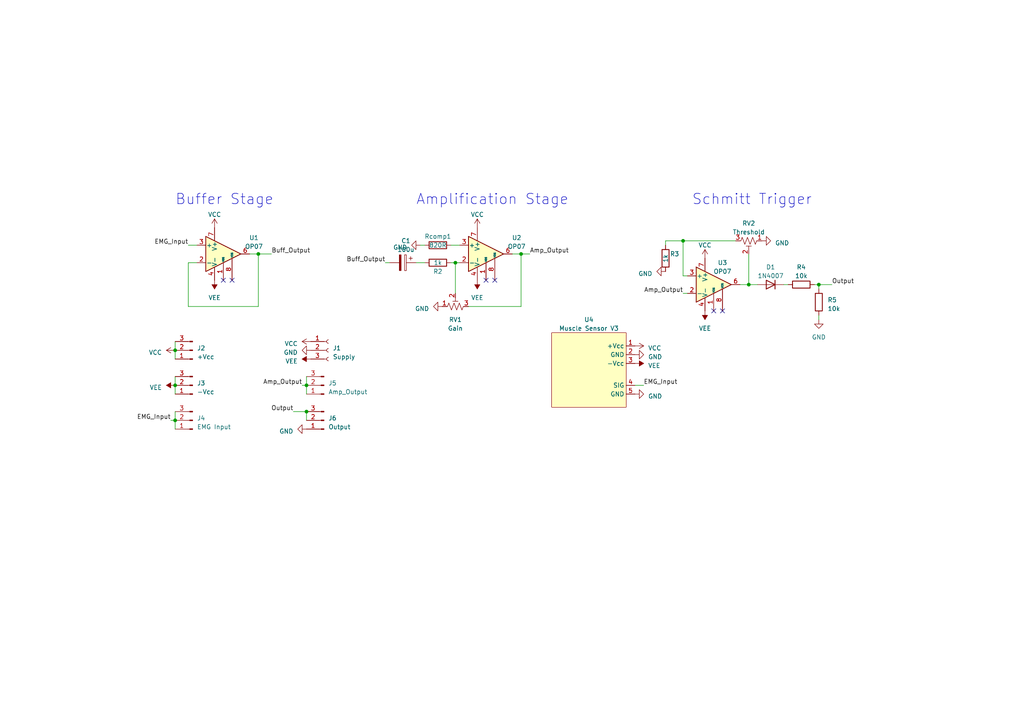
<source format=kicad_sch>
(kicad_sch (version 20230121) (generator eeschema)

  (uuid 6cbd4f93-7a51-45b8-bdf3-8209321e99d0)

  (paper "A4")

  (lib_symbols
    (symbol "Amplifier_Operational:OP07" (pin_names (offset 0.127)) (in_bom yes) (on_board yes)
      (property "Reference" "U" (at 1.27 6.35 0)
        (effects (font (size 1.27 1.27)) (justify left))
      )
      (property "Value" "OP07" (at 1.27 3.81 0)
        (effects (font (size 1.27 1.27)) (justify left))
      )
      (property "Footprint" "" (at 1.27 1.27 0)
        (effects (font (size 1.27 1.27)) hide)
      )
      (property "Datasheet" "https://www.analog.com/media/en/technical-documentation/data-sheets/OP07.pdf" (at 1.27 3.81 0)
        (effects (font (size 1.27 1.27)) hide)
      )
      (property "ki_keywords" "single opamp" (at 0 0 0)
        (effects (font (size 1.27 1.27)) hide)
      )
      (property "ki_description" "Single Ultra-Low Offset Voltage Operational Amplifier, DIP-8/SOIC-8" (at 0 0 0)
        (effects (font (size 1.27 1.27)) hide)
      )
      (property "ki_fp_filters" "DIP*W7.62mm* SOIC*3.9x4.9mm*P1.27mm* TO*99*" (at 0 0 0)
        (effects (font (size 1.27 1.27)) hide)
      )
      (symbol "OP07_0_1"
        (polyline
          (pts
            (xy -5.08 5.08)
            (xy 5.08 0)
            (xy -5.08 -5.08)
            (xy -5.08 5.08)
          )
          (stroke (width 0.254) (type default))
          (fill (type background))
        )
      )
      (symbol "OP07_1_1"
        (pin input line (at 0 -7.62 90) (length 5.08)
          (name "VOS" (effects (font (size 0.508 0.508))))
          (number "1" (effects (font (size 1.27 1.27))))
        )
        (pin input line (at -7.62 -2.54 0) (length 2.54)
          (name "-" (effects (font (size 1.27 1.27))))
          (number "2" (effects (font (size 1.27 1.27))))
        )
        (pin input line (at -7.62 2.54 0) (length 2.54)
          (name "+" (effects (font (size 1.27 1.27))))
          (number "3" (effects (font (size 1.27 1.27))))
        )
        (pin power_in line (at -2.54 -7.62 90) (length 3.81)
          (name "V-" (effects (font (size 1.27 1.27))))
          (number "4" (effects (font (size 1.27 1.27))))
        )
        (pin no_connect line (at 0 2.54 270) (length 2.54) hide
          (name "NC" (effects (font (size 1.27 1.27))))
          (number "5" (effects (font (size 1.27 1.27))))
        )
        (pin output line (at 7.62 0 180) (length 2.54)
          (name "~" (effects (font (size 1.27 1.27))))
          (number "6" (effects (font (size 1.27 1.27))))
        )
        (pin power_in line (at -2.54 7.62 270) (length 3.81)
          (name "V+" (effects (font (size 1.27 1.27))))
          (number "7" (effects (font (size 1.27 1.27))))
        )
        (pin input line (at 2.54 -7.62 90) (length 6.35)
          (name "VOS" (effects (font (size 0.508 0.508))))
          (number "8" (effects (font (size 1.27 1.27))))
        )
      )
    )
    (symbol "Connector:Conn_01x03_Pin" (pin_names (offset 1.016) hide) (in_bom yes) (on_board yes)
      (property "Reference" "J" (at 0 5.08 0)
        (effects (font (size 1.27 1.27)))
      )
      (property "Value" "Conn_01x03_Pin" (at 0 -5.08 0)
        (effects (font (size 1.27 1.27)))
      )
      (property "Footprint" "" (at 0 0 0)
        (effects (font (size 1.27 1.27)) hide)
      )
      (property "Datasheet" "~" (at 0 0 0)
        (effects (font (size 1.27 1.27)) hide)
      )
      (property "ki_locked" "" (at 0 0 0)
        (effects (font (size 1.27 1.27)))
      )
      (property "ki_keywords" "connector" (at 0 0 0)
        (effects (font (size 1.27 1.27)) hide)
      )
      (property "ki_description" "Generic connector, single row, 01x03, script generated" (at 0 0 0)
        (effects (font (size 1.27 1.27)) hide)
      )
      (property "ki_fp_filters" "Connector*:*_1x??_*" (at 0 0 0)
        (effects (font (size 1.27 1.27)) hide)
      )
      (symbol "Conn_01x03_Pin_1_1"
        (polyline
          (pts
            (xy 1.27 -2.54)
            (xy 0.8636 -2.54)
          )
          (stroke (width 0.1524) (type default))
          (fill (type none))
        )
        (polyline
          (pts
            (xy 1.27 0)
            (xy 0.8636 0)
          )
          (stroke (width 0.1524) (type default))
          (fill (type none))
        )
        (polyline
          (pts
            (xy 1.27 2.54)
            (xy 0.8636 2.54)
          )
          (stroke (width 0.1524) (type default))
          (fill (type none))
        )
        (rectangle (start 0.8636 -2.413) (end 0 -2.667)
          (stroke (width 0.1524) (type default))
          (fill (type outline))
        )
        (rectangle (start 0.8636 0.127) (end 0 -0.127)
          (stroke (width 0.1524) (type default))
          (fill (type outline))
        )
        (rectangle (start 0.8636 2.667) (end 0 2.413)
          (stroke (width 0.1524) (type default))
          (fill (type outline))
        )
        (pin passive line (at 5.08 2.54 180) (length 3.81)
          (name "Pin_1" (effects (font (size 1.27 1.27))))
          (number "1" (effects (font (size 1.27 1.27))))
        )
        (pin passive line (at 5.08 0 180) (length 3.81)
          (name "Pin_2" (effects (font (size 1.27 1.27))))
          (number "2" (effects (font (size 1.27 1.27))))
        )
        (pin passive line (at 5.08 -2.54 180) (length 3.81)
          (name "Pin_3" (effects (font (size 1.27 1.27))))
          (number "3" (effects (font (size 1.27 1.27))))
        )
      )
    )
    (symbol "Connector:Conn_01x03_Socket" (pin_names (offset 1.016) hide) (in_bom yes) (on_board yes)
      (property "Reference" "J" (at 0 5.08 0)
        (effects (font (size 1.27 1.27)))
      )
      (property "Value" "Conn_01x03_Socket" (at 0 -5.08 0)
        (effects (font (size 1.27 1.27)))
      )
      (property "Footprint" "" (at 0 0 0)
        (effects (font (size 1.27 1.27)) hide)
      )
      (property "Datasheet" "~" (at 0 0 0)
        (effects (font (size 1.27 1.27)) hide)
      )
      (property "ki_locked" "" (at 0 0 0)
        (effects (font (size 1.27 1.27)))
      )
      (property "ki_keywords" "connector" (at 0 0 0)
        (effects (font (size 1.27 1.27)) hide)
      )
      (property "ki_description" "Generic connector, single row, 01x03, script generated" (at 0 0 0)
        (effects (font (size 1.27 1.27)) hide)
      )
      (property "ki_fp_filters" "Connector*:*_1x??_*" (at 0 0 0)
        (effects (font (size 1.27 1.27)) hide)
      )
      (symbol "Conn_01x03_Socket_1_1"
        (arc (start 0 -2.032) (mid -0.5058 -2.54) (end 0 -3.048)
          (stroke (width 0.1524) (type default))
          (fill (type none))
        )
        (polyline
          (pts
            (xy -1.27 -2.54)
            (xy -0.508 -2.54)
          )
          (stroke (width 0.1524) (type default))
          (fill (type none))
        )
        (polyline
          (pts
            (xy -1.27 0)
            (xy -0.508 0)
          )
          (stroke (width 0.1524) (type default))
          (fill (type none))
        )
        (polyline
          (pts
            (xy -1.27 2.54)
            (xy -0.508 2.54)
          )
          (stroke (width 0.1524) (type default))
          (fill (type none))
        )
        (arc (start 0 0.508) (mid -0.5058 0) (end 0 -0.508)
          (stroke (width 0.1524) (type default))
          (fill (type none))
        )
        (arc (start 0 3.048) (mid -0.5058 2.54) (end 0 2.032)
          (stroke (width 0.1524) (type default))
          (fill (type none))
        )
        (pin passive line (at -5.08 2.54 0) (length 3.81)
          (name "Pin_1" (effects (font (size 1.27 1.27))))
          (number "1" (effects (font (size 1.27 1.27))))
        )
        (pin passive line (at -5.08 0 0) (length 3.81)
          (name "Pin_2" (effects (font (size 1.27 1.27))))
          (number "2" (effects (font (size 1.27 1.27))))
        )
        (pin passive line (at -5.08 -2.54 0) (length 3.81)
          (name "Pin_3" (effects (font (size 1.27 1.27))))
          (number "3" (effects (font (size 1.27 1.27))))
        )
      )
    )
    (symbol "Device:C_Polarized" (pin_numbers hide) (pin_names (offset 0.254)) (in_bom yes) (on_board yes)
      (property "Reference" "C" (at 0.635 2.54 0)
        (effects (font (size 1.27 1.27)) (justify left))
      )
      (property "Value" "C_Polarized" (at 0.635 -2.54 0)
        (effects (font (size 1.27 1.27)) (justify left))
      )
      (property "Footprint" "" (at 0.9652 -3.81 0)
        (effects (font (size 1.27 1.27)) hide)
      )
      (property "Datasheet" "~" (at 0 0 0)
        (effects (font (size 1.27 1.27)) hide)
      )
      (property "ki_keywords" "cap capacitor" (at 0 0 0)
        (effects (font (size 1.27 1.27)) hide)
      )
      (property "ki_description" "Polarized capacitor" (at 0 0 0)
        (effects (font (size 1.27 1.27)) hide)
      )
      (property "ki_fp_filters" "CP_*" (at 0 0 0)
        (effects (font (size 1.27 1.27)) hide)
      )
      (symbol "C_Polarized_0_1"
        (rectangle (start -2.286 0.508) (end 2.286 1.016)
          (stroke (width 0) (type default))
          (fill (type none))
        )
        (polyline
          (pts
            (xy -1.778 2.286)
            (xy -0.762 2.286)
          )
          (stroke (width 0) (type default))
          (fill (type none))
        )
        (polyline
          (pts
            (xy -1.27 2.794)
            (xy -1.27 1.778)
          )
          (stroke (width 0) (type default))
          (fill (type none))
        )
        (rectangle (start 2.286 -0.508) (end -2.286 -1.016)
          (stroke (width 0) (type default))
          (fill (type outline))
        )
      )
      (symbol "C_Polarized_1_1"
        (pin passive line (at 0 3.81 270) (length 2.794)
          (name "~" (effects (font (size 1.27 1.27))))
          (number "1" (effects (font (size 1.27 1.27))))
        )
        (pin passive line (at 0 -3.81 90) (length 2.794)
          (name "~" (effects (font (size 1.27 1.27))))
          (number "2" (effects (font (size 1.27 1.27))))
        )
      )
    )
    (symbol "Device:R" (pin_numbers hide) (pin_names (offset 0)) (in_bom yes) (on_board yes)
      (property "Reference" "R" (at 2.032 0 90)
        (effects (font (size 1.27 1.27)))
      )
      (property "Value" "R" (at 0 0 90)
        (effects (font (size 1.27 1.27)))
      )
      (property "Footprint" "" (at -1.778 0 90)
        (effects (font (size 1.27 1.27)) hide)
      )
      (property "Datasheet" "~" (at 0 0 0)
        (effects (font (size 1.27 1.27)) hide)
      )
      (property "ki_keywords" "R res resistor" (at 0 0 0)
        (effects (font (size 1.27 1.27)) hide)
      )
      (property "ki_description" "Resistor" (at 0 0 0)
        (effects (font (size 1.27 1.27)) hide)
      )
      (property "ki_fp_filters" "R_*" (at 0 0 0)
        (effects (font (size 1.27 1.27)) hide)
      )
      (symbol "R_0_1"
        (rectangle (start -1.016 -2.54) (end 1.016 2.54)
          (stroke (width 0.254) (type default))
          (fill (type none))
        )
      )
      (symbol "R_1_1"
        (pin passive line (at 0 3.81 270) (length 1.27)
          (name "~" (effects (font (size 1.27 1.27))))
          (number "1" (effects (font (size 1.27 1.27))))
        )
        (pin passive line (at 0 -3.81 90) (length 1.27)
          (name "~" (effects (font (size 1.27 1.27))))
          (number "2" (effects (font (size 1.27 1.27))))
        )
      )
    )
    (symbol "Device:R_Potentiometer_Trim_US" (pin_names (offset 1.016) hide) (in_bom yes) (on_board yes)
      (property "Reference" "RV" (at -4.445 0 90)
        (effects (font (size 1.27 1.27)))
      )
      (property "Value" "R_Potentiometer_Trim_US" (at -2.54 0 90)
        (effects (font (size 1.27 1.27)))
      )
      (property "Footprint" "" (at 0 0 0)
        (effects (font (size 1.27 1.27)) hide)
      )
      (property "Datasheet" "~" (at 0 0 0)
        (effects (font (size 1.27 1.27)) hide)
      )
      (property "ki_keywords" "resistor variable trimpot trimmer" (at 0 0 0)
        (effects (font (size 1.27 1.27)) hide)
      )
      (property "ki_description" "Trim-potentiometer, US symbol" (at 0 0 0)
        (effects (font (size 1.27 1.27)) hide)
      )
      (property "ki_fp_filters" "Potentiometer*" (at 0 0 0)
        (effects (font (size 1.27 1.27)) hide)
      )
      (symbol "R_Potentiometer_Trim_US_0_1"
        (polyline
          (pts
            (xy 0 -2.286)
            (xy 0 -2.54)
          )
          (stroke (width 0) (type default))
          (fill (type none))
        )
        (polyline
          (pts
            (xy 0 2.286)
            (xy 0 2.54)
          )
          (stroke (width 0) (type default))
          (fill (type none))
        )
        (polyline
          (pts
            (xy 1.524 0.762)
            (xy 1.524 -0.762)
          )
          (stroke (width 0) (type default))
          (fill (type none))
        )
        (polyline
          (pts
            (xy 2.54 0)
            (xy 1.524 0)
          )
          (stroke (width 0) (type default))
          (fill (type none))
        )
        (polyline
          (pts
            (xy 0 -0.762)
            (xy 1.016 -1.143)
            (xy 0 -1.524)
            (xy -1.016 -1.905)
            (xy 0 -2.286)
          )
          (stroke (width 0) (type default))
          (fill (type none))
        )
        (polyline
          (pts
            (xy 0 0.762)
            (xy 1.016 0.381)
            (xy 0 0)
            (xy -1.016 -0.381)
            (xy 0 -0.762)
          )
          (stroke (width 0) (type default))
          (fill (type none))
        )
        (polyline
          (pts
            (xy 0 2.286)
            (xy 1.016 1.905)
            (xy 0 1.524)
            (xy -1.016 1.143)
            (xy 0 0.762)
          )
          (stroke (width 0) (type default))
          (fill (type none))
        )
      )
      (symbol "R_Potentiometer_Trim_US_1_1"
        (pin passive line (at 0 3.81 270) (length 1.27)
          (name "1" (effects (font (size 1.27 1.27))))
          (number "1" (effects (font (size 1.27 1.27))))
        )
        (pin passive line (at 3.81 0 180) (length 1.27)
          (name "2" (effects (font (size 1.27 1.27))))
          (number "2" (effects (font (size 1.27 1.27))))
        )
        (pin passive line (at 0 -3.81 90) (length 1.27)
          (name "3" (effects (font (size 1.27 1.27))))
          (number "3" (effects (font (size 1.27 1.27))))
        )
      )
    )
    (symbol "Diode:1N4007" (pin_numbers hide) (pin_names hide) (in_bom yes) (on_board yes)
      (property "Reference" "D" (at 0 2.54 0)
        (effects (font (size 1.27 1.27)))
      )
      (property "Value" "1N4007" (at 0 -2.54 0)
        (effects (font (size 1.27 1.27)))
      )
      (property "Footprint" "Diode_THT:D_DO-41_SOD81_P10.16mm_Horizontal" (at 0 -4.445 0)
        (effects (font (size 1.27 1.27)) hide)
      )
      (property "Datasheet" "http://www.vishay.com/docs/88503/1n4001.pdf" (at 0 0 0)
        (effects (font (size 1.27 1.27)) hide)
      )
      (property "Sim.Device" "D" (at 0 0 0)
        (effects (font (size 1.27 1.27)) hide)
      )
      (property "Sim.Pins" "1=K 2=A" (at 0 0 0)
        (effects (font (size 1.27 1.27)) hide)
      )
      (property "ki_keywords" "diode" (at 0 0 0)
        (effects (font (size 1.27 1.27)) hide)
      )
      (property "ki_description" "1000V 1A General Purpose Rectifier Diode, DO-41" (at 0 0 0)
        (effects (font (size 1.27 1.27)) hide)
      )
      (property "ki_fp_filters" "D*DO?41*" (at 0 0 0)
        (effects (font (size 1.27 1.27)) hide)
      )
      (symbol "1N4007_0_1"
        (polyline
          (pts
            (xy -1.27 1.27)
            (xy -1.27 -1.27)
          )
          (stroke (width 0.254) (type default))
          (fill (type none))
        )
        (polyline
          (pts
            (xy 1.27 0)
            (xy -1.27 0)
          )
          (stroke (width 0) (type default))
          (fill (type none))
        )
        (polyline
          (pts
            (xy 1.27 1.27)
            (xy 1.27 -1.27)
            (xy -1.27 0)
            (xy 1.27 1.27)
          )
          (stroke (width 0.254) (type default))
          (fill (type none))
        )
      )
      (symbol "1N4007_1_1"
        (pin passive line (at -3.81 0 0) (length 2.54)
          (name "K" (effects (font (size 1.27 1.27))))
          (number "1" (effects (font (size 1.27 1.27))))
        )
        (pin passive line (at 3.81 0 180) (length 2.54)
          (name "A" (effects (font (size 1.27 1.27))))
          (number "2" (effects (font (size 1.27 1.27))))
        )
      )
    )
    (symbol "Muscle Sensor V3:Muscle Sensor V3" (in_bom yes) (on_board yes)
      (property "Reference" "U" (at 10.16 1.27 0)
        (effects (font (size 1.27 1.27)))
      )
      (property "Value" "Muscle Sensor V3" (at 11.43 -22.86 0)
        (effects (font (size 1.27 1.27)))
      )
      (property "Footprint" "" (at 0 0 0)
        (effects (font (size 1.27 1.27)) hide)
      )
      (property "Datasheet" "" (at 0 0 0)
        (effects (font (size 1.27 1.27)) hide)
      )
      (symbol "Muscle Sensor V3_0_1"
        (rectangle (start 0 0) (end 21.59 -21.59)
          (stroke (width 0) (type default))
          (fill (type background))
        )
      )
      (symbol "Muscle Sensor V3_1_1"
        (pin power_in line (at 24.13 -3.81 180) (length 2.54)
          (name "+Vcc" (effects (font (size 1.27 1.27))))
          (number "1" (effects (font (size 1.27 1.27))))
        )
        (pin input line (at 24.13 -6.35 180) (length 2.54)
          (name "GND" (effects (font (size 1.27 1.27))))
          (number "2" (effects (font (size 1.27 1.27))))
        )
        (pin power_in line (at 24.13 -8.89 180) (length 2.54)
          (name "-Vcc" (effects (font (size 1.27 1.27))))
          (number "3" (effects (font (size 1.27 1.27))))
        )
        (pin output line (at 24.13 -15.24 180) (length 2.54)
          (name "SIG" (effects (font (size 1.27 1.27))))
          (number "4" (effects (font (size 1.27 1.27))))
        )
        (pin input line (at 24.13 -17.78 180) (length 2.54)
          (name "GND" (effects (font (size 1.27 1.27))))
          (number "5" (effects (font (size 1.27 1.27))))
        )
      )
    )
    (symbol "power:GND" (power) (pin_names (offset 0)) (in_bom yes) (on_board yes)
      (property "Reference" "#PWR" (at 0 -6.35 0)
        (effects (font (size 1.27 1.27)) hide)
      )
      (property "Value" "GND" (at 0 -3.81 0)
        (effects (font (size 1.27 1.27)))
      )
      (property "Footprint" "" (at 0 0 0)
        (effects (font (size 1.27 1.27)) hide)
      )
      (property "Datasheet" "" (at 0 0 0)
        (effects (font (size 1.27 1.27)) hide)
      )
      (property "ki_keywords" "global power" (at 0 0 0)
        (effects (font (size 1.27 1.27)) hide)
      )
      (property "ki_description" "Power symbol creates a global label with name \"GND\" , ground" (at 0 0 0)
        (effects (font (size 1.27 1.27)) hide)
      )
      (symbol "GND_0_1"
        (polyline
          (pts
            (xy 0 0)
            (xy 0 -1.27)
            (xy 1.27 -1.27)
            (xy 0 -2.54)
            (xy -1.27 -1.27)
            (xy 0 -1.27)
          )
          (stroke (width 0) (type default))
          (fill (type none))
        )
      )
      (symbol "GND_1_1"
        (pin power_in line (at 0 0 270) (length 0) hide
          (name "GND" (effects (font (size 1.27 1.27))))
          (number "1" (effects (font (size 1.27 1.27))))
        )
      )
    )
    (symbol "power:VCC" (power) (pin_names (offset 0)) (in_bom yes) (on_board yes)
      (property "Reference" "#PWR" (at 0 -3.81 0)
        (effects (font (size 1.27 1.27)) hide)
      )
      (property "Value" "VCC" (at 0 3.81 0)
        (effects (font (size 1.27 1.27)))
      )
      (property "Footprint" "" (at 0 0 0)
        (effects (font (size 1.27 1.27)) hide)
      )
      (property "Datasheet" "" (at 0 0 0)
        (effects (font (size 1.27 1.27)) hide)
      )
      (property "ki_keywords" "global power" (at 0 0 0)
        (effects (font (size 1.27 1.27)) hide)
      )
      (property "ki_description" "Power symbol creates a global label with name \"VCC\"" (at 0 0 0)
        (effects (font (size 1.27 1.27)) hide)
      )
      (symbol "VCC_0_1"
        (polyline
          (pts
            (xy -0.762 1.27)
            (xy 0 2.54)
          )
          (stroke (width 0) (type default))
          (fill (type none))
        )
        (polyline
          (pts
            (xy 0 0)
            (xy 0 2.54)
          )
          (stroke (width 0) (type default))
          (fill (type none))
        )
        (polyline
          (pts
            (xy 0 2.54)
            (xy 0.762 1.27)
          )
          (stroke (width 0) (type default))
          (fill (type none))
        )
      )
      (symbol "VCC_1_1"
        (pin power_in line (at 0 0 90) (length 0) hide
          (name "VCC" (effects (font (size 1.27 1.27))))
          (number "1" (effects (font (size 1.27 1.27))))
        )
      )
    )
    (symbol "power:VEE" (power) (pin_names (offset 0)) (in_bom yes) (on_board yes)
      (property "Reference" "#PWR" (at 0 -3.81 0)
        (effects (font (size 1.27 1.27)) hide)
      )
      (property "Value" "VEE" (at 0 3.81 0)
        (effects (font (size 1.27 1.27)))
      )
      (property "Footprint" "" (at 0 0 0)
        (effects (font (size 1.27 1.27)) hide)
      )
      (property "Datasheet" "" (at 0 0 0)
        (effects (font (size 1.27 1.27)) hide)
      )
      (property "ki_keywords" "global power" (at 0 0 0)
        (effects (font (size 1.27 1.27)) hide)
      )
      (property "ki_description" "Power symbol creates a global label with name \"VEE\"" (at 0 0 0)
        (effects (font (size 1.27 1.27)) hide)
      )
      (symbol "VEE_0_1"
        (polyline
          (pts
            (xy 0 0)
            (xy 0 2.54)
          )
          (stroke (width 0) (type default))
          (fill (type none))
        )
        (polyline
          (pts
            (xy 0.762 1.27)
            (xy -0.762 1.27)
            (xy 0 2.54)
            (xy 0.762 1.27)
          )
          (stroke (width 0) (type default))
          (fill (type outline))
        )
      )
      (symbol "VEE_1_1"
        (pin power_in line (at 0 0 90) (length 0) hide
          (name "VEE" (effects (font (size 1.27 1.27))))
          (number "1" (effects (font (size 1.27 1.27))))
        )
      )
    )
  )

  (junction (at 217.17 82.55) (diameter 0) (color 0 0 0 0)
    (uuid 0c17e350-25c3-42e6-a424-8fa785bb8eaa)
  )
  (junction (at 237.49 82.55) (diameter 0) (color 0 0 0 0)
    (uuid 0c38082d-9d61-48ac-a782-c9fbba94d489)
  )
  (junction (at 50.8 121.92) (diameter 0) (color 0 0 0 0)
    (uuid 1aeeced5-0cad-4f39-aed6-964e6936ce17)
  )
  (junction (at 50.8 101.6) (diameter 0) (color 0 0 0 0)
    (uuid 34e0b6c8-9619-4b67-9329-ae18d9c369a1)
  )
  (junction (at 74.93 73.66) (diameter 0) (color 0 0 0 0)
    (uuid 51054e4c-58c7-4355-8331-ab07cafb28a7)
  )
  (junction (at 198.12 69.85) (diameter 0) (color 0 0 0 0)
    (uuid 77c376c8-d766-4f5f-8c49-aac21354130a)
  )
  (junction (at 151.13 73.66) (diameter 0) (color 0 0 0 0)
    (uuid 79acee74-b8a7-442e-91cc-1473a354841e)
  )
  (junction (at 132.08 76.2) (diameter 0) (color 0 0 0 0)
    (uuid 90075e88-ad8f-47ce-9ef1-96da3828f104)
  )
  (junction (at 88.9 111.76) (diameter 0) (color 0 0 0 0)
    (uuid c2b40c0e-2247-4b15-a57e-dc8a23b5ac2f)
  )
  (junction (at 88.9 119.38) (diameter 0) (color 0 0 0 0)
    (uuid e7aca913-0a4b-43aa-bf5c-8c1eb9488cd4)
  )
  (junction (at 50.8 111.76) (diameter 0) (color 0 0 0 0)
    (uuid e8173dae-2be8-4f3b-8ebe-c4dea992d6ee)
  )

  (no_connect (at 140.97 81.28) (uuid 2e82dc91-3c65-479c-b6d6-c2c0bf130df5))
  (no_connect (at 207.01 90.17) (uuid 442095c2-14f9-4ad2-bfcc-9c4c10168d4a))
  (no_connect (at 209.55 90.17) (uuid 90ad9ad2-ebdd-4c83-895b-49afe60a1b29))
  (no_connect (at 67.31 81.28) (uuid 980076fe-83e7-45f2-a5fa-661b0bf64225))
  (no_connect (at 64.77 81.28) (uuid a8b64164-c2be-4758-9a66-450489fc4a7a))
  (no_connect (at 143.51 81.28) (uuid b7747761-6640-4680-8e02-9dd8e42b528b))

  (wire (pts (xy 54.61 76.2) (xy 54.61 88.9))
    (stroke (width 0) (type default))
    (uuid 04fb2118-4bd2-4bd8-83e8-847d989348e1)
  )
  (wire (pts (xy 151.13 73.66) (xy 151.13 88.9))
    (stroke (width 0) (type default))
    (uuid 09ed917b-7f91-4efa-be40-90955ff42195)
  )
  (wire (pts (xy 50.8 119.38) (xy 50.8 121.92))
    (stroke (width 0) (type default))
    (uuid 0e32cc65-0adb-45ee-93e4-5cb61b7c62c5)
  )
  (wire (pts (xy 88.9 119.38) (xy 88.9 121.92))
    (stroke (width 0) (type default))
    (uuid 19105d7e-ed03-4bc0-9f46-c33fe38e0d5d)
  )
  (wire (pts (xy 74.93 88.9) (xy 74.93 73.66))
    (stroke (width 0) (type default))
    (uuid 1b3e592e-814a-4696-9ed8-75b199db7c85)
  )
  (wire (pts (xy 85.09 119.38) (xy 88.9 119.38))
    (stroke (width 0) (type default))
    (uuid 1e8e35dc-092f-4a05-9d81-0df3a9b5ceee)
  )
  (wire (pts (xy 50.8 101.6) (xy 50.8 104.14))
    (stroke (width 0) (type default))
    (uuid 22aca897-58dd-4086-9fbe-407d476254e7)
  )
  (wire (pts (xy 214.63 82.55) (xy 217.17 82.55))
    (stroke (width 0) (type default))
    (uuid 27ed625b-28ca-44e3-97a6-0b778d6152eb)
  )
  (wire (pts (xy 120.65 76.2) (xy 123.19 76.2))
    (stroke (width 0) (type default))
    (uuid 3a5b2538-2303-4c76-9113-9a5bf1b3e8fc)
  )
  (wire (pts (xy 50.8 121.92) (xy 50.8 124.46))
    (stroke (width 0) (type default))
    (uuid 48719a96-8aa3-4715-86c9-7728d35df6f5)
  )
  (wire (pts (xy 54.61 76.2) (xy 57.15 76.2))
    (stroke (width 0) (type default))
    (uuid 5b041971-968c-4969-b8b5-559f9db530d2)
  )
  (wire (pts (xy 217.17 73.66) (xy 217.17 82.55))
    (stroke (width 0) (type default))
    (uuid 6d538425-f7aa-4b4c-af62-f305cdef2166)
  )
  (wire (pts (xy 87.63 111.76) (xy 88.9 111.76))
    (stroke (width 0) (type default))
    (uuid 6e0b8967-89b8-4ba1-bb01-7bb55fe97e2b)
  )
  (wire (pts (xy 74.93 73.66) (xy 78.74 73.66))
    (stroke (width 0) (type default))
    (uuid 6f6242e9-3f43-44c2-a69d-7f2331c5d81b)
  )
  (wire (pts (xy 193.04 69.85) (xy 198.12 69.85))
    (stroke (width 0) (type default))
    (uuid 70ce8452-1838-4c92-bd3a-5bc64ef87b46)
  )
  (wire (pts (xy 151.13 73.66) (xy 153.67 73.66))
    (stroke (width 0) (type default))
    (uuid 71f75178-79b9-4939-a5a3-06e0c9686373)
  )
  (wire (pts (xy 135.89 88.9) (xy 151.13 88.9))
    (stroke (width 0) (type default))
    (uuid 79074501-12e5-46d0-9cdf-522469e071c6)
  )
  (wire (pts (xy 193.04 71.12) (xy 193.04 69.85))
    (stroke (width 0) (type default))
    (uuid 7aca80ed-1ba9-443a-a57e-6fcbc250199a)
  )
  (wire (pts (xy 236.22 82.55) (xy 237.49 82.55))
    (stroke (width 0) (type default))
    (uuid 7ca1b4b3-d894-4d7c-b0ab-53134ee12181)
  )
  (wire (pts (xy 198.12 69.85) (xy 213.36 69.85))
    (stroke (width 0) (type default))
    (uuid 8e57dc25-c013-46c4-9558-514faa5d9661)
  )
  (wire (pts (xy 49.53 121.92) (xy 50.8 121.92))
    (stroke (width 0) (type default))
    (uuid 8f14d7da-9058-4d13-8381-dc5528367bb6)
  )
  (wire (pts (xy 130.81 71.12) (xy 133.35 71.12))
    (stroke (width 0) (type default))
    (uuid 95a99418-a058-41ae-838b-202315ab5e49)
  )
  (wire (pts (xy 184.15 111.76) (xy 186.69 111.76))
    (stroke (width 0) (type default))
    (uuid a2aa7540-be4e-4153-bfb3-740b8a52e7c0)
  )
  (wire (pts (xy 148.59 73.66) (xy 151.13 73.66))
    (stroke (width 0) (type default))
    (uuid a3a8ea90-021f-4cd8-8043-eb7aa5cce233)
  )
  (wire (pts (xy 111.76 76.2) (xy 113.03 76.2))
    (stroke (width 0) (type default))
    (uuid a3b26d70-621a-4989-97d9-eacaf756cbd4)
  )
  (wire (pts (xy 132.08 85.09) (xy 132.08 76.2))
    (stroke (width 0) (type default))
    (uuid a870f887-2fad-4562-9a43-771f0393b7f0)
  )
  (wire (pts (xy 198.12 69.85) (xy 198.12 80.01))
    (stroke (width 0) (type default))
    (uuid a88bfbd0-1f0c-487f-942f-eb46e3964185)
  )
  (wire (pts (xy 217.17 82.55) (xy 219.71 82.55))
    (stroke (width 0) (type default))
    (uuid aaa7486e-609a-43fd-890b-34807f8c1ea1)
  )
  (wire (pts (xy 72.39 73.66) (xy 74.93 73.66))
    (stroke (width 0) (type default))
    (uuid ae5b2d5b-1866-4aff-beb5-36bcf4cb2e00)
  )
  (wire (pts (xy 198.12 85.09) (xy 199.39 85.09))
    (stroke (width 0) (type default))
    (uuid ae718b15-ea07-475d-b145-bf62927798d8)
  )
  (wire (pts (xy 130.81 76.2) (xy 132.08 76.2))
    (stroke (width 0) (type default))
    (uuid afbf81c6-953a-4f8a-8903-78ef0d639de8)
  )
  (wire (pts (xy 237.49 82.55) (xy 241.3 82.55))
    (stroke (width 0) (type default))
    (uuid b0ccf362-80f3-46a7-9413-530401f1fe30)
  )
  (wire (pts (xy 50.8 99.06) (xy 50.8 101.6))
    (stroke (width 0) (type default))
    (uuid b2cbee91-001f-488a-8c98-24afe4f687e6)
  )
  (wire (pts (xy 50.8 111.76) (xy 50.8 114.3))
    (stroke (width 0) (type default))
    (uuid c5db42a3-7759-42f7-975d-0440bec1af66)
  )
  (wire (pts (xy 54.61 71.12) (xy 57.15 71.12))
    (stroke (width 0) (type default))
    (uuid c5f67b71-a71f-44f8-8ab4-9a44bc2f7e6a)
  )
  (wire (pts (xy 237.49 82.55) (xy 237.49 83.82))
    (stroke (width 0) (type default))
    (uuid c90f176a-42cf-4d29-92af-222020b188cd)
  )
  (wire (pts (xy 121.92 71.12) (xy 123.19 71.12))
    (stroke (width 0) (type default))
    (uuid d13041f5-d3c7-45d8-8c1b-9b4e11d33e76)
  )
  (wire (pts (xy 88.9 109.22) (xy 88.9 111.76))
    (stroke (width 0) (type default))
    (uuid d13c4ed7-0475-471a-924c-0d1f3eb3f0d1)
  )
  (wire (pts (xy 132.08 76.2) (xy 133.35 76.2))
    (stroke (width 0) (type default))
    (uuid d744f8be-af84-49a0-b2bd-c4e10ce94036)
  )
  (wire (pts (xy 54.61 88.9) (xy 74.93 88.9))
    (stroke (width 0) (type default))
    (uuid d79c0c5d-d601-4f26-a0bb-cd1bc5fb264b)
  )
  (wire (pts (xy 227.33 82.55) (xy 228.6 82.55))
    (stroke (width 0) (type default))
    (uuid e65b9edb-f7ca-4e31-b6e2-de08e31ecf55)
  )
  (wire (pts (xy 50.8 109.22) (xy 50.8 111.76))
    (stroke (width 0) (type default))
    (uuid eeaecf81-a424-453a-b79c-d1c421aedc86)
  )
  (wire (pts (xy 237.49 91.44) (xy 237.49 92.71))
    (stroke (width 0) (type default))
    (uuid f31a6535-81cc-46f9-b66e-7c9040a2669a)
  )
  (wire (pts (xy 198.12 80.01) (xy 199.39 80.01))
    (stroke (width 0) (type default))
    (uuid f7af5975-5f61-4611-affb-a5278b09786e)
  )
  (wire (pts (xy 88.9 111.76) (xy 88.9 114.3))
    (stroke (width 0) (type default))
    (uuid fd482594-b46a-419a-91c9-7e8fbc5f20ba)
  )

  (text "Buffer Stage" (at 50.8 59.69 0)
    (effects (font (size 3 3)) (justify left bottom))
    (uuid af33ec94-6b46-4c71-84e8-2bf6cbdbcf53)
  )
  (text "Schmitt Trigger\n" (at 200.66 59.69 0)
    (effects (font (size 3 3)) (justify left bottom))
    (uuid d4c7628e-6a19-4dd4-ae3b-654925ce9d50)
  )
  (text "Amplification Stage" (at 120.65 59.69 0)
    (effects (font (size 3 3)) (justify left bottom))
    (uuid f233a67c-f9e0-4745-871a-9a690f072781)
  )

  (label "Output" (at 85.09 119.38 180) (fields_autoplaced)
    (effects (font (size 1.27 1.27)) (justify right bottom))
    (uuid 271095ec-1a57-49d8-9174-a8c9d32214a7)
  )
  (label "EMG_Input" (at 54.61 71.12 180) (fields_autoplaced)
    (effects (font (size 1.27 1.27)) (justify right bottom))
    (uuid 3f54d29f-faf3-4df1-b03d-c42da5bad3ff)
  )
  (label "Buff_Output" (at 111.76 76.2 180) (fields_autoplaced)
    (effects (font (size 1.27 1.27)) (justify right bottom))
    (uuid 47caa159-be9d-4fca-a596-24bfdb82bde3)
  )
  (label "Amp_Output" (at 153.67 73.66 0) (fields_autoplaced)
    (effects (font (size 1.27 1.27)) (justify left bottom))
    (uuid 6007ceb4-dae0-41b4-abb8-ed9c16753c50)
  )
  (label "Buff_Output" (at 78.74 73.66 0) (fields_autoplaced)
    (effects (font (size 1.27 1.27)) (justify left bottom))
    (uuid 7a8e0ec4-82bb-46aa-b4ef-37b077491abd)
  )
  (label "Amp_Output" (at 198.12 85.09 180) (fields_autoplaced)
    (effects (font (size 1.27 1.27)) (justify right bottom))
    (uuid d56576ea-c28a-409f-b08b-76f6924d0c38)
  )
  (label "EMG_Input" (at 49.53 121.92 180) (fields_autoplaced)
    (effects (font (size 1.27 1.27)) (justify right bottom))
    (uuid f1046c6c-7e62-44c0-a968-b41a9e5eaf88)
  )
  (label "Amp_Output" (at 87.63 111.76 180) (fields_autoplaced)
    (effects (font (size 1.27 1.27)) (justify right bottom))
    (uuid f847103e-9f19-4e26-8453-3d439e893575)
  )
  (label "EMG_Input" (at 186.69 111.76 0) (fields_autoplaced)
    (effects (font (size 1.27 1.27)) (justify left bottom))
    (uuid fad609da-5fd5-4b88-9c7d-af778a498c23)
  )
  (label "Output" (at 241.3 82.55 0) (fields_autoplaced)
    (effects (font (size 1.27 1.27)) (justify left bottom))
    (uuid ff3bf22e-cf4e-44ed-aa70-5841ca7d1c47)
  )

  (symbol (lib_id "power:VCC") (at 204.47 74.93 0) (unit 1)
    (in_bom yes) (on_board yes) (dnp no) (fields_autoplaced)
    (uuid 054a45a0-27d4-4bb3-91d2-b1999fcff32d)
    (property "Reference" "#PWR014" (at 204.47 78.74 0)
      (effects (font (size 1.27 1.27)) hide)
    )
    (property "Value" "VCC" (at 204.47 71.12 0)
      (effects (font (size 1.27 1.27)))
    )
    (property "Footprint" "" (at 204.47 74.93 0)
      (effects (font (size 1.27 1.27)) hide)
    )
    (property "Datasheet" "" (at 204.47 74.93 0)
      (effects (font (size 1.27 1.27)) hide)
    )
    (pin "1" (uuid d4e79988-f3ac-40ac-821f-6f135f9938a8))
    (instances
      (project "EMG"
        (path "/6cbd4f93-7a51-45b8-bdf3-8209321e99d0"
          (reference "#PWR014") (unit 1)
        )
      )
    )
  )

  (symbol (lib_id "Device:R") (at 232.41 82.55 270) (unit 1)
    (in_bom yes) (on_board yes) (dnp no) (fields_autoplaced)
    (uuid 06506784-ee7a-4f64-8da3-fc792b985eb3)
    (property "Reference" "R4" (at 232.41 77.47 90)
      (effects (font (size 1.27 1.27)))
    )
    (property "Value" "10k" (at 232.41 80.01 90)
      (effects (font (size 1.27 1.27)))
    )
    (property "Footprint" "Resistor_SMD:R_1210_3225Metric_Pad1.30x2.65mm_HandSolder" (at 232.41 80.772 90)
      (effects (font (size 1.27 1.27)) hide)
    )
    (property "Datasheet" "~" (at 232.41 82.55 0)
      (effects (font (size 1.27 1.27)) hide)
    )
    (pin "1" (uuid 440a2af6-b257-42b0-b43e-ac5f5dd3b883))
    (pin "2" (uuid a28ffc20-6e1d-40d7-8c5a-694c528bd64d))
    (instances
      (project "EMG"
        (path "/6cbd4f93-7a51-45b8-bdf3-8209321e99d0"
          (reference "R4") (unit 1)
        )
      )
    )
  )

  (symbol (lib_id "power:VEE") (at 204.47 90.17 180) (unit 1)
    (in_bom yes) (on_board yes) (dnp no) (fields_autoplaced)
    (uuid 0f76ab62-03e0-4aa1-bb40-90e111cc9eae)
    (property "Reference" "#PWR015" (at 204.47 86.36 0)
      (effects (font (size 1.27 1.27)) hide)
    )
    (property "Value" "VEE" (at 204.47 95.25 0)
      (effects (font (size 1.27 1.27)))
    )
    (property "Footprint" "" (at 204.47 90.17 0)
      (effects (font (size 1.27 1.27)) hide)
    )
    (property "Datasheet" "" (at 204.47 90.17 0)
      (effects (font (size 1.27 1.27)) hide)
    )
    (pin "1" (uuid c6a0204c-523c-4a25-b8ff-f462051eb458))
    (instances
      (project "EMG"
        (path "/6cbd4f93-7a51-45b8-bdf3-8209321e99d0"
          (reference "#PWR015") (unit 1)
        )
      )
    )
  )

  (symbol (lib_id "Device:R") (at 237.49 87.63 0) (unit 1)
    (in_bom yes) (on_board yes) (dnp no) (fields_autoplaced)
    (uuid 11396890-a7e3-41e8-b656-e5d454eeaf96)
    (property "Reference" "R5" (at 240.03 86.995 0)
      (effects (font (size 1.27 1.27)) (justify left))
    )
    (property "Value" "10k" (at 240.03 89.535 0)
      (effects (font (size 1.27 1.27)) (justify left))
    )
    (property "Footprint" "Resistor_SMD:R_1210_3225Metric_Pad1.30x2.65mm_HandSolder" (at 235.712 87.63 90)
      (effects (font (size 1.27 1.27)) hide)
    )
    (property "Datasheet" "~" (at 237.49 87.63 0)
      (effects (font (size 1.27 1.27)) hide)
    )
    (pin "1" (uuid 6ee38aaa-1f51-4458-a4db-427dd3923ae0))
    (pin "2" (uuid 1a8bdc1a-2335-4ec0-93ef-2424c287d5bb))
    (instances
      (project "EMG"
        (path "/6cbd4f93-7a51-45b8-bdf3-8209321e99d0"
          (reference "R5") (unit 1)
        )
      )
    )
  )

  (symbol (lib_id "Connector:Conn_01x03_Pin") (at 55.88 111.76 180) (unit 1)
    (in_bom yes) (on_board yes) (dnp no) (fields_autoplaced)
    (uuid 113a32ec-7eeb-40af-866f-f9cce9df89de)
    (property "Reference" "J3" (at 57.15 111.125 0)
      (effects (font (size 1.27 1.27)) (justify right))
    )
    (property "Value" "-Vcc" (at 57.15 113.665 0)
      (effects (font (size 1.27 1.27)) (justify right))
    )
    (property "Footprint" "Connector_PinHeader_2.54mm:PinHeader_1x02_P2.54mm_Vertical" (at 55.88 111.76 0)
      (effects (font (size 1.27 1.27)) hide)
    )
    (property "Datasheet" "~" (at 55.88 111.76 0)
      (effects (font (size 1.27 1.27)) hide)
    )
    (pin "1" (uuid c409fcc1-cb25-4823-bffd-23c0c62406d4))
    (pin "2" (uuid 5fa80050-641e-406b-8f53-aea76886bb76))
    (pin "3" (uuid 7cd15be4-b638-4396-9eac-0cc09de3d049))
    (instances
      (project "EMG"
        (path "/6cbd4f93-7a51-45b8-bdf3-8209321e99d0"
          (reference "J3") (unit 1)
        )
      )
    )
  )

  (symbol (lib_id "power:VCC") (at 184.15 100.33 270) (unit 1)
    (in_bom yes) (on_board yes) (dnp no) (fields_autoplaced)
    (uuid 18d44518-9670-487b-9846-f29bc344ed2f)
    (property "Reference" "#PWR020" (at 180.34 100.33 0)
      (effects (font (size 1.27 1.27)) hide)
    )
    (property "Value" "VCC" (at 187.96 100.965 90)
      (effects (font (size 1.27 1.27)) (justify left))
    )
    (property "Footprint" "" (at 184.15 100.33 0)
      (effects (font (size 1.27 1.27)) hide)
    )
    (property "Datasheet" "" (at 184.15 100.33 0)
      (effects (font (size 1.27 1.27)) hide)
    )
    (pin "1" (uuid 15917eb0-7a42-47e6-a7dd-3d8f6004648f))
    (instances
      (project "EMG"
        (path "/6cbd4f93-7a51-45b8-bdf3-8209321e99d0"
          (reference "#PWR020") (unit 1)
        )
      )
    )
  )

  (symbol (lib_id "Device:R_Potentiometer_Trim_US") (at 132.08 88.9 90) (unit 1)
    (in_bom yes) (on_board yes) (dnp no)
    (uuid 1e0b1818-3437-494a-a2a2-739c86826229)
    (property "Reference" "RV1" (at 132.08 92.71 90)
      (effects (font (size 1.27 1.27)))
    )
    (property "Value" "Gain" (at 132.08 95.25 90)
      (effects (font (size 1.27 1.27)))
    )
    (property "Footprint" "Potentiometer_THT:Potentiometer_Bourns_3296W_Vertical" (at 132.08 88.9 0)
      (effects (font (size 1.27 1.27)) hide)
    )
    (property "Datasheet" "~" (at 132.08 88.9 0)
      (effects (font (size 1.27 1.27)) hide)
    )
    (pin "1" (uuid a43a7252-c3d2-4cb3-a0cb-cccc7f3603c3))
    (pin "2" (uuid bbeaf05c-66db-4d77-ab85-9244b19eac72))
    (pin "3" (uuid 5f6dd485-5137-4ad1-b5c4-71d354ffdbda))
    (instances
      (project "EMG"
        (path "/6cbd4f93-7a51-45b8-bdf3-8209321e99d0"
          (reference "RV1") (unit 1)
        )
      )
    )
  )

  (symbol (lib_id "power:GND") (at 193.04 78.74 270) (unit 1)
    (in_bom yes) (on_board yes) (dnp no) (fields_autoplaced)
    (uuid 2b2827b2-65e9-497d-9d07-4650cbc7f98d)
    (property "Reference" "#PWR01" (at 186.69 78.74 0)
      (effects (font (size 1.27 1.27)) hide)
    )
    (property "Value" "GND" (at 189.23 79.375 90)
      (effects (font (size 1.27 1.27)) (justify right))
    )
    (property "Footprint" "" (at 193.04 78.74 0)
      (effects (font (size 1.27 1.27)) hide)
    )
    (property "Datasheet" "" (at 193.04 78.74 0)
      (effects (font (size 1.27 1.27)) hide)
    )
    (pin "1" (uuid ef61d66b-29dc-4967-832f-53375465c569))
    (instances
      (project "EMG"
        (path "/6cbd4f93-7a51-45b8-bdf3-8209321e99d0"
          (reference "#PWR01") (unit 1)
        )
      )
    )
  )

  (symbol (lib_id "Device:R") (at 193.04 74.93 0) (unit 1)
    (in_bom yes) (on_board yes) (dnp no)
    (uuid 408707b3-f49f-4578-9d2a-922c48c9a0f5)
    (property "Reference" "R3" (at 194.31 73.66 0)
      (effects (font (size 1.27 1.27)) (justify left))
    )
    (property "Value" "1k" (at 193.04 76.2 90)
      (effects (font (size 1.27 1.27)) (justify left))
    )
    (property "Footprint" "Resistor_SMD:R_1210_3225Metric_Pad1.30x2.65mm_HandSolder" (at 191.262 74.93 90)
      (effects (font (size 1.27 1.27)) hide)
    )
    (property "Datasheet" "~" (at 193.04 74.93 0)
      (effects (font (size 1.27 1.27)) hide)
    )
    (pin "1" (uuid 2cf1753b-b4f5-4364-943f-b853a1aff0d5))
    (pin "2" (uuid 31c0fb37-1d9a-4394-981d-c5fb1b82a187))
    (instances
      (project "EMG"
        (path "/6cbd4f93-7a51-45b8-bdf3-8209321e99d0"
          (reference "R3") (unit 1)
        )
      )
    )
  )

  (symbol (lib_id "Muscle Sensor V3:Muscle Sensor V3") (at 160.02 96.52 0) (unit 1)
    (in_bom yes) (on_board yes) (dnp no) (fields_autoplaced)
    (uuid 4956b8fc-3d6e-40be-9419-f2304ffd8be1)
    (property "Reference" "U4" (at 170.815 92.71 0)
      (effects (font (size 1.27 1.27)))
    )
    (property "Value" "Muscle Sensor V3" (at 170.815 95.25 0)
      (effects (font (size 1.27 1.27)))
    )
    (property "Footprint" "Muscle Sensor V3:Muscle Sensor V3" (at 160.02 96.52 0)
      (effects (font (size 1.27 1.27)) hide)
    )
    (property "Datasheet" "" (at 160.02 96.52 0)
      (effects (font (size 1.27 1.27)) hide)
    )
    (pin "1" (uuid 98d89c23-ae15-4411-832b-2fefd56535a2))
    (pin "2" (uuid 4e4973bf-4f80-4f0d-882a-69f3614b6c0a))
    (pin "3" (uuid 738d41df-5521-4e41-837e-789f4586055b))
    (pin "4" (uuid 0ed43b11-51f2-4ac6-98f2-8dce69f4a3a8))
    (pin "5" (uuid f355e89f-9a44-4074-b609-5a8f5dbb9f92))
    (instances
      (project "EMG"
        (path "/6cbd4f93-7a51-45b8-bdf3-8209321e99d0"
          (reference "U4") (unit 1)
        )
      )
    )
  )

  (symbol (lib_id "power:GND") (at 220.98 69.85 90) (unit 1)
    (in_bom yes) (on_board yes) (dnp no) (fields_autoplaced)
    (uuid 52b3661b-cdcc-4abf-be09-6b8cc08d4a43)
    (property "Reference" "#PWR03" (at 227.33 69.85 0)
      (effects (font (size 1.27 1.27)) hide)
    )
    (property "Value" "GND" (at 224.79 70.485 90)
      (effects (font (size 1.27 1.27)) (justify right))
    )
    (property "Footprint" "" (at 220.98 69.85 0)
      (effects (font (size 1.27 1.27)) hide)
    )
    (property "Datasheet" "" (at 220.98 69.85 0)
      (effects (font (size 1.27 1.27)) hide)
    )
    (pin "1" (uuid 25ac00f9-ec00-4360-96b8-1f63c7245916))
    (instances
      (project "EMG"
        (path "/6cbd4f93-7a51-45b8-bdf3-8209321e99d0"
          (reference "#PWR03") (unit 1)
        )
      )
    )
  )

  (symbol (lib_id "Connector:Conn_01x03_Socket") (at 95.25 101.6 0) (unit 1)
    (in_bom yes) (on_board yes) (dnp no) (fields_autoplaced)
    (uuid 599acf9d-ee82-4758-a1ab-475789dde012)
    (property "Reference" "J1" (at 96.52 100.965 0)
      (effects (font (size 1.27 1.27)) (justify left))
    )
    (property "Value" "Supply" (at 96.52 103.505 0)
      (effects (font (size 1.27 1.27)) (justify left))
    )
    (property "Footprint" "Connector_JST:JST_XH_B3B-XH-A_1x03_P2.50mm_Vertical" (at 95.25 101.6 0)
      (effects (font (size 1.27 1.27)) hide)
    )
    (property "Datasheet" "~" (at 95.25 101.6 0)
      (effects (font (size 1.27 1.27)) hide)
    )
    (pin "1" (uuid 4f6285d5-f62a-4ce8-b940-77e9c6c3e678))
    (pin "2" (uuid 8763460c-4a8c-401b-b4eb-c5feb8ae8dd8))
    (pin "3" (uuid 960f891e-df29-49c4-acfa-064af7e4d830))
    (instances
      (project "EMG"
        (path "/6cbd4f93-7a51-45b8-bdf3-8209321e99d0"
          (reference "J1") (unit 1)
        )
      )
    )
  )

  (symbol (lib_id "power:GND") (at 90.17 101.6 270) (unit 1)
    (in_bom yes) (on_board yes) (dnp no) (fields_autoplaced)
    (uuid 5d4e9b8b-0eee-40d5-92a6-05ff7e96164b)
    (property "Reference" "#PWR08" (at 83.82 101.6 0)
      (effects (font (size 1.27 1.27)) hide)
    )
    (property "Value" "GND" (at 86.36 102.235 90)
      (effects (font (size 1.27 1.27)) (justify right))
    )
    (property "Footprint" "" (at 90.17 101.6 0)
      (effects (font (size 1.27 1.27)) hide)
    )
    (property "Datasheet" "" (at 90.17 101.6 0)
      (effects (font (size 1.27 1.27)) hide)
    )
    (pin "1" (uuid 8cf59916-3da8-4db6-98ba-9970ede57c49))
    (instances
      (project "EMG"
        (path "/6cbd4f93-7a51-45b8-bdf3-8209321e99d0"
          (reference "#PWR08") (unit 1)
        )
      )
    )
  )

  (symbol (lib_id "Amplifier_Operational:OP07") (at 207.01 82.55 0) (unit 1)
    (in_bom yes) (on_board yes) (dnp no)
    (uuid 61bd70b2-6723-4ecb-8835-8fb7365576c4)
    (property "Reference" "U3" (at 209.55 76.2 0)
      (effects (font (size 1.27 1.27)))
    )
    (property "Value" "OP07" (at 209.55 78.74 0)
      (effects (font (size 1.27 1.27)))
    )
    (property "Footprint" "Package_SO:SOIC-8_3.9x4.9mm_P1.27mm" (at 208.28 81.28 0)
      (effects (font (size 1.27 1.27)) hide)
    )
    (property "Datasheet" "https://www.analog.com/media/en/technical-documentation/data-sheets/OP07.pdf" (at 208.28 78.74 0)
      (effects (font (size 1.27 1.27)) hide)
    )
    (pin "1" (uuid aa800201-d007-4493-895b-def030864fda))
    (pin "2" (uuid 85bc42f1-3296-46fd-bdb2-2ac4f640fabd))
    (pin "3" (uuid b53a88bf-4052-48a8-bcbb-003773708cba))
    (pin "4" (uuid 210db02a-4cee-42b8-993d-6d6e29247fd9))
    (pin "5" (uuid 75024947-11d7-4fe8-86db-31ef1c2516db))
    (pin "6" (uuid 598d9085-18d1-46be-b95d-22eaaaa60108))
    (pin "7" (uuid bafbc1f3-fa6b-4372-8cde-d77e18244e5f))
    (pin "8" (uuid 57acad64-6759-4a7f-9948-0403607da66c))
    (instances
      (project "EMG"
        (path "/6cbd4f93-7a51-45b8-bdf3-8209321e99d0"
          (reference "U3") (unit 1)
        )
      )
    )
  )

  (symbol (lib_id "Connector:Conn_01x03_Pin") (at 55.88 121.92 180) (unit 1)
    (in_bom yes) (on_board yes) (dnp no) (fields_autoplaced)
    (uuid 6677b145-edbf-4f50-b110-febef4fbdb62)
    (property "Reference" "J4" (at 57.15 121.285 0)
      (effects (font (size 1.27 1.27)) (justify right))
    )
    (property "Value" "EMG Input" (at 57.15 123.825 0)
      (effects (font (size 1.27 1.27)) (justify right))
    )
    (property "Footprint" "Connector_PinHeader_2.54mm:PinHeader_1x02_P2.54mm_Vertical" (at 55.88 121.92 0)
      (effects (font (size 1.27 1.27)) hide)
    )
    (property "Datasheet" "~" (at 55.88 121.92 0)
      (effects (font (size 1.27 1.27)) hide)
    )
    (pin "1" (uuid acb4d8f8-3f1a-4c29-8be1-f228d2d3e2fc))
    (pin "2" (uuid bbd235df-4784-4675-94ec-a0925f788b2a))
    (pin "3" (uuid 206caa55-5f1c-4da8-a9e9-94b066be1c30))
    (instances
      (project "EMG"
        (path "/6cbd4f93-7a51-45b8-bdf3-8209321e99d0"
          (reference "J4") (unit 1)
        )
      )
    )
  )

  (symbol (lib_id "power:VCC") (at 90.17 99.06 90) (unit 1)
    (in_bom yes) (on_board yes) (dnp no) (fields_autoplaced)
    (uuid 67c0e8d2-d9e5-44e2-bee7-48a5cfda3db6)
    (property "Reference" "#PWR09" (at 93.98 99.06 0)
      (effects (font (size 1.27 1.27)) hide)
    )
    (property "Value" "VCC" (at 86.36 99.695 90)
      (effects (font (size 1.27 1.27)) (justify left))
    )
    (property "Footprint" "" (at 90.17 99.06 0)
      (effects (font (size 1.27 1.27)) hide)
    )
    (property "Datasheet" "" (at 90.17 99.06 0)
      (effects (font (size 1.27 1.27)) hide)
    )
    (pin "1" (uuid 724041a6-6196-41ee-bda0-673747e4a7a0))
    (instances
      (project "EMG"
        (path "/6cbd4f93-7a51-45b8-bdf3-8209321e99d0"
          (reference "#PWR09") (unit 1)
        )
      )
    )
  )

  (symbol (lib_id "Device:C_Polarized") (at 116.84 76.2 270) (unit 1)
    (in_bom yes) (on_board yes) (dnp no) (fields_autoplaced)
    (uuid 6d117a95-f089-47bb-9465-da4316fba7d1)
    (property "Reference" "C1" (at 117.729 69.85 90)
      (effects (font (size 1.27 1.27)))
    )
    (property "Value" "100u" (at 117.729 72.39 90)
      (effects (font (size 1.27 1.27)))
    )
    (property "Footprint" "Capacitor_THT:CP_Radial_D8.0mm_P3.80mm" (at 113.03 77.1652 0)
      (effects (font (size 1.27 1.27)) hide)
    )
    (property "Datasheet" "~" (at 116.84 76.2 0)
      (effects (font (size 1.27 1.27)) hide)
    )
    (pin "1" (uuid 9f78bcaa-db6b-4d56-8368-40eaef8bb03d))
    (pin "2" (uuid c271299c-6211-4429-b19f-b0c9188d8702))
    (instances
      (project "EMG"
        (path "/6cbd4f93-7a51-45b8-bdf3-8209321e99d0"
          (reference "C1") (unit 1)
        )
      )
    )
  )

  (symbol (lib_id "Device:R") (at 127 76.2 90) (unit 1)
    (in_bom yes) (on_board yes) (dnp no)
    (uuid 859b543a-7f6e-41c2-8eda-7be02904cf10)
    (property "Reference" "R2" (at 127 78.74 90)
      (effects (font (size 1.27 1.27)))
    )
    (property "Value" "1k" (at 127 76.2 90)
      (effects (font (size 1.27 1.27)))
    )
    (property "Footprint" "Resistor_SMD:R_1210_3225Metric_Pad1.30x2.65mm_HandSolder" (at 127 77.978 90)
      (effects (font (size 1.27 1.27)) hide)
    )
    (property "Datasheet" "~" (at 127 76.2 0)
      (effects (font (size 1.27 1.27)) hide)
    )
    (pin "1" (uuid 8462ac91-3c1a-4576-ab76-5c2f8b3c0bd4))
    (pin "2" (uuid 8b274af2-116e-4ae4-99b8-b945ebc39cac))
    (instances
      (project "EMG"
        (path "/6cbd4f93-7a51-45b8-bdf3-8209321e99d0"
          (reference "R2") (unit 1)
        )
      )
    )
  )

  (symbol (lib_id "power:VEE") (at 184.15 105.41 270) (unit 1)
    (in_bom yes) (on_board yes) (dnp no) (fields_autoplaced)
    (uuid 85c086ad-409f-4d5a-896a-8fad7f231f4a)
    (property "Reference" "#PWR022" (at 180.34 105.41 0)
      (effects (font (size 1.27 1.27)) hide)
    )
    (property "Value" "VEE" (at 187.96 106.045 90)
      (effects (font (size 1.27 1.27)) (justify left))
    )
    (property "Footprint" "" (at 184.15 105.41 0)
      (effects (font (size 1.27 1.27)) hide)
    )
    (property "Datasheet" "" (at 184.15 105.41 0)
      (effects (font (size 1.27 1.27)) hide)
    )
    (pin "1" (uuid d6480acd-e090-4aaa-aa1c-27798ae9e22c))
    (instances
      (project "EMG"
        (path "/6cbd4f93-7a51-45b8-bdf3-8209321e99d0"
          (reference "#PWR022") (unit 1)
        )
      )
    )
  )

  (symbol (lib_id "power:VCC") (at 50.8 101.6 90) (unit 1)
    (in_bom yes) (on_board yes) (dnp no) (fields_autoplaced)
    (uuid 86f06c66-1342-4b82-b3dc-a16c62581b43)
    (property "Reference" "#PWR06" (at 54.61 101.6 0)
      (effects (font (size 1.27 1.27)) hide)
    )
    (property "Value" "VCC" (at 46.99 102.235 90)
      (effects (font (size 1.27 1.27)) (justify left))
    )
    (property "Footprint" "" (at 50.8 101.6 0)
      (effects (font (size 1.27 1.27)) hide)
    )
    (property "Datasheet" "" (at 50.8 101.6 0)
      (effects (font (size 1.27 1.27)) hide)
    )
    (pin "1" (uuid de053f3b-ea64-4086-ad57-e9643221eadb))
    (instances
      (project "EMG"
        (path "/6cbd4f93-7a51-45b8-bdf3-8209321e99d0"
          (reference "#PWR06") (unit 1)
        )
      )
    )
  )

  (symbol (lib_id "Device:R_Potentiometer_Trim_US") (at 217.17 69.85 270) (unit 1)
    (in_bom yes) (on_board yes) (dnp no) (fields_autoplaced)
    (uuid 8c41b316-c4a2-4d1d-8269-17c2f7e506d5)
    (property "Reference" "RV2" (at 217.17 64.77 90)
      (effects (font (size 1.27 1.27)))
    )
    (property "Value" "Threshold" (at 217.17 67.31 90)
      (effects (font (size 1.27 1.27)))
    )
    (property "Footprint" "Potentiometer_THT:Potentiometer_Bourns_3296W_Vertical" (at 217.17 69.85 0)
      (effects (font (size 1.27 1.27)) hide)
    )
    (property "Datasheet" "~" (at 217.17 69.85 0)
      (effects (font (size 1.27 1.27)) hide)
    )
    (pin "1" (uuid 79f94715-fedb-4f53-a387-fd2aea1b729e))
    (pin "2" (uuid 11608f00-28c4-4a3e-b5b8-354c1e1599c1))
    (pin "3" (uuid 6522c504-5399-49c5-98c0-fa48e1393029))
    (instances
      (project "EMG"
        (path "/6cbd4f93-7a51-45b8-bdf3-8209321e99d0"
          (reference "RV2") (unit 1)
        )
      )
    )
  )

  (symbol (lib_id "power:GND") (at 121.92 71.12 270) (unit 1)
    (in_bom yes) (on_board yes) (dnp no) (fields_autoplaced)
    (uuid 8e5bbb85-64d4-42b2-a974-780fd5c437aa)
    (property "Reference" "#PWR05" (at 115.57 71.12 0)
      (effects (font (size 1.27 1.27)) hide)
    )
    (property "Value" "GND" (at 118.11 71.755 90)
      (effects (font (size 1.27 1.27)) (justify right))
    )
    (property "Footprint" "" (at 121.92 71.12 0)
      (effects (font (size 1.27 1.27)) hide)
    )
    (property "Datasheet" "" (at 121.92 71.12 0)
      (effects (font (size 1.27 1.27)) hide)
    )
    (pin "1" (uuid 7a952678-5e40-437e-b896-1b7c5f4a8563))
    (instances
      (project "EMG"
        (path "/6cbd4f93-7a51-45b8-bdf3-8209321e99d0"
          (reference "#PWR05") (unit 1)
        )
      )
    )
  )

  (symbol (lib_id "Diode:1N4007") (at 223.52 82.55 180) (unit 1)
    (in_bom yes) (on_board yes) (dnp no) (fields_autoplaced)
    (uuid 96ff1102-6a8b-473b-9cc1-b445e1c61ad5)
    (property "Reference" "D1" (at 223.52 77.47 0)
      (effects (font (size 1.27 1.27)))
    )
    (property "Value" "1N4007" (at 223.52 80.01 0)
      (effects (font (size 1.27 1.27)))
    )
    (property "Footprint" "Diode_THT:D_DO-41_SOD81_P10.16mm_Horizontal" (at 223.52 78.105 0)
      (effects (font (size 1.27 1.27)) hide)
    )
    (property "Datasheet" "http://www.vishay.com/docs/88503/1n4001.pdf" (at 223.52 82.55 0)
      (effects (font (size 1.27 1.27)) hide)
    )
    (property "Sim.Device" "D" (at 223.52 82.55 0)
      (effects (font (size 1.27 1.27)) hide)
    )
    (property "Sim.Pins" "1=K 2=A" (at 223.52 82.55 0)
      (effects (font (size 1.27 1.27)) hide)
    )
    (pin "1" (uuid f0e51142-29dd-4056-b67b-a33d9235f1f8))
    (pin "2" (uuid 0bbe7d08-07a3-46d3-a351-bbd711fcdea3))
    (instances
      (project "EMG"
        (path "/6cbd4f93-7a51-45b8-bdf3-8209321e99d0"
          (reference "D1") (unit 1)
        )
      )
    )
  )

  (symbol (lib_id "power:GND") (at 184.15 114.3 90) (unit 1)
    (in_bom yes) (on_board yes) (dnp no) (fields_autoplaced)
    (uuid 9fef81e3-cdd9-4d42-95c3-eb68f526757f)
    (property "Reference" "#PWR012" (at 190.5 114.3 0)
      (effects (font (size 1.27 1.27)) hide)
    )
    (property "Value" "GND" (at 187.96 114.935 90)
      (effects (font (size 1.27 1.27)) (justify right))
    )
    (property "Footprint" "" (at 184.15 114.3 0)
      (effects (font (size 1.27 1.27)) hide)
    )
    (property "Datasheet" "" (at 184.15 114.3 0)
      (effects (font (size 1.27 1.27)) hide)
    )
    (pin "1" (uuid ba22724c-b7c4-4aaf-bb38-72ced9f78c38))
    (instances
      (project "EMG"
        (path "/6cbd4f93-7a51-45b8-bdf3-8209321e99d0"
          (reference "#PWR012") (unit 1)
        )
      )
    )
  )

  (symbol (lib_id "power:GND") (at 128.27 88.9 270) (unit 1)
    (in_bom yes) (on_board yes) (dnp no) (fields_autoplaced)
    (uuid a44f3640-7153-471e-96de-8f4d45ac89bc)
    (property "Reference" "#PWR02" (at 121.92 88.9 0)
      (effects (font (size 1.27 1.27)) hide)
    )
    (property "Value" "GND" (at 124.46 89.535 90)
      (effects (font (size 1.27 1.27)) (justify right))
    )
    (property "Footprint" "" (at 128.27 88.9 0)
      (effects (font (size 1.27 1.27)) hide)
    )
    (property "Datasheet" "" (at 128.27 88.9 0)
      (effects (font (size 1.27 1.27)) hide)
    )
    (pin "1" (uuid 876125d1-8b67-4f52-832c-770f835950cb))
    (instances
      (project "EMG"
        (path "/6cbd4f93-7a51-45b8-bdf3-8209321e99d0"
          (reference "#PWR02") (unit 1)
        )
      )
    )
  )

  (symbol (lib_id "Connector:Conn_01x03_Pin") (at 55.88 101.6 180) (unit 1)
    (in_bom yes) (on_board yes) (dnp no) (fields_autoplaced)
    (uuid a8b3e79b-f9ee-4ac7-8f1b-37d2b8d44dc5)
    (property "Reference" "J2" (at 57.15 100.965 0)
      (effects (font (size 1.27 1.27)) (justify right))
    )
    (property "Value" "+Vcc" (at 57.15 103.505 0)
      (effects (font (size 1.27 1.27)) (justify right))
    )
    (property "Footprint" "Connector_PinHeader_2.54mm:PinHeader_1x02_P2.54mm_Vertical" (at 55.88 101.6 0)
      (effects (font (size 1.27 1.27)) hide)
    )
    (property "Datasheet" "~" (at 55.88 101.6 0)
      (effects (font (size 1.27 1.27)) hide)
    )
    (pin "1" (uuid e07c19af-1f4b-4887-a4cc-61d0b592f8a2))
    (pin "2" (uuid 2dfbf081-f3ac-4b9a-bb62-44e348e33b01))
    (pin "3" (uuid 0fe29c0b-5dbb-462c-ada1-fdccf535d8fa))
    (instances
      (project "EMG"
        (path "/6cbd4f93-7a51-45b8-bdf3-8209321e99d0"
          (reference "J2") (unit 1)
        )
      )
    )
  )

  (symbol (lib_id "power:VCC") (at 62.23 66.04 0) (unit 1)
    (in_bom yes) (on_board yes) (dnp no) (fields_autoplaced)
    (uuid b0009da9-0bae-46dd-862f-16cf55802dcf)
    (property "Reference" "#PWR019" (at 62.23 69.85 0)
      (effects (font (size 1.27 1.27)) hide)
    )
    (property "Value" "VCC" (at 62.23 62.23 0)
      (effects (font (size 1.27 1.27)))
    )
    (property "Footprint" "" (at 62.23 66.04 0)
      (effects (font (size 1.27 1.27)) hide)
    )
    (property "Datasheet" "" (at 62.23 66.04 0)
      (effects (font (size 1.27 1.27)) hide)
    )
    (pin "1" (uuid 37919099-ab70-42ff-b7c7-45acfe8496d2))
    (instances
      (project "EMG"
        (path "/6cbd4f93-7a51-45b8-bdf3-8209321e99d0"
          (reference "#PWR019") (unit 1)
        )
      )
    )
  )

  (symbol (lib_id "Connector:Conn_01x03_Pin") (at 93.98 111.76 180) (unit 1)
    (in_bom yes) (on_board yes) (dnp no) (fields_autoplaced)
    (uuid b41a4bbc-864a-4a85-b4b2-7415f8d51d69)
    (property "Reference" "J5" (at 95.25 111.125 0)
      (effects (font (size 1.27 1.27)) (justify right))
    )
    (property "Value" "Amp_Output" (at 95.25 113.665 0)
      (effects (font (size 1.27 1.27)) (justify right))
    )
    (property "Footprint" "Connector_PinHeader_2.54mm:PinHeader_1x02_P2.54mm_Vertical" (at 93.98 111.76 0)
      (effects (font (size 1.27 1.27)) hide)
    )
    (property "Datasheet" "~" (at 93.98 111.76 0)
      (effects (font (size 1.27 1.27)) hide)
    )
    (pin "1" (uuid 02242e10-c7d5-417a-97d3-70f084e06073))
    (pin "2" (uuid 4e2024ff-00aa-47a7-9956-de9854903f7c))
    (pin "3" (uuid b8871492-faa3-4696-af21-4ffe46d1f631))
    (instances
      (project "EMG"
        (path "/6cbd4f93-7a51-45b8-bdf3-8209321e99d0"
          (reference "J5") (unit 1)
        )
      )
    )
  )

  (symbol (lib_id "Device:R") (at 127 71.12 90) (unit 1)
    (in_bom yes) (on_board yes) (dnp no)
    (uuid b655907a-6d44-44ea-94b2-dc0b470efb06)
    (property "Reference" "Rcomp1" (at 127 68.58 90)
      (effects (font (size 1.27 1.27)))
    )
    (property "Value" "820R" (at 127 71.12 90)
      (effects (font (size 1.27 1.27)))
    )
    (property "Footprint" "Resistor_SMD:R_1210_3225Metric_Pad1.30x2.65mm_HandSolder" (at 127 72.898 90)
      (effects (font (size 1.27 1.27)) hide)
    )
    (property "Datasheet" "~" (at 127 71.12 0)
      (effects (font (size 1.27 1.27)) hide)
    )
    (pin "1" (uuid 103824ff-5ee2-45c0-ba58-632a6f740cd7))
    (pin "2" (uuid f6893746-91c6-4c4c-becf-5a876d0c59e7))
    (instances
      (project "EMG"
        (path "/6cbd4f93-7a51-45b8-bdf3-8209321e99d0"
          (reference "Rcomp1") (unit 1)
        )
      )
    )
  )

  (symbol (lib_id "power:VCC") (at 138.43 66.04 0) (unit 1)
    (in_bom yes) (on_board yes) (dnp no) (fields_autoplaced)
    (uuid c025e658-82b3-4731-aff5-bcc9310e6af8)
    (property "Reference" "#PWR016" (at 138.43 69.85 0)
      (effects (font (size 1.27 1.27)) hide)
    )
    (property "Value" "VCC" (at 138.43 62.23 0)
      (effects (font (size 1.27 1.27)))
    )
    (property "Footprint" "" (at 138.43 66.04 0)
      (effects (font (size 1.27 1.27)) hide)
    )
    (property "Datasheet" "" (at 138.43 66.04 0)
      (effects (font (size 1.27 1.27)) hide)
    )
    (pin "1" (uuid 36087958-c533-46e4-81c9-acd135d22372))
    (instances
      (project "EMG"
        (path "/6cbd4f93-7a51-45b8-bdf3-8209321e99d0"
          (reference "#PWR016") (unit 1)
        )
      )
    )
  )

  (symbol (lib_id "power:VEE") (at 50.8 111.76 90) (unit 1)
    (in_bom yes) (on_board yes) (dnp no) (fields_autoplaced)
    (uuid c2e87014-e075-4cec-b7d1-2aa2fed0ea4e)
    (property "Reference" "#PWR07" (at 54.61 111.76 0)
      (effects (font (size 1.27 1.27)) hide)
    )
    (property "Value" "VEE" (at 46.99 112.395 90)
      (effects (font (size 1.27 1.27)) (justify left))
    )
    (property "Footprint" "" (at 50.8 111.76 0)
      (effects (font (size 1.27 1.27)) hide)
    )
    (property "Datasheet" "" (at 50.8 111.76 0)
      (effects (font (size 1.27 1.27)) hide)
    )
    (pin "1" (uuid 834101a8-504a-4c5c-ab49-a5f17cefd1cd))
    (instances
      (project "EMG"
        (path "/6cbd4f93-7a51-45b8-bdf3-8209321e99d0"
          (reference "#PWR07") (unit 1)
        )
      )
    )
  )

  (symbol (lib_id "power:GND") (at 237.49 92.71 0) (unit 1)
    (in_bom yes) (on_board yes) (dnp no) (fields_autoplaced)
    (uuid c9405007-f6ae-41ad-adba-26c28b750e13)
    (property "Reference" "#PWR04" (at 237.49 99.06 0)
      (effects (font (size 1.27 1.27)) hide)
    )
    (property "Value" "GND" (at 237.49 97.79 0)
      (effects (font (size 1.27 1.27)))
    )
    (property "Footprint" "" (at 237.49 92.71 0)
      (effects (font (size 1.27 1.27)) hide)
    )
    (property "Datasheet" "" (at 237.49 92.71 0)
      (effects (font (size 1.27 1.27)) hide)
    )
    (pin "1" (uuid f96d69fb-1533-4b3d-bb5c-f734cf3b977f))
    (instances
      (project "EMG"
        (path "/6cbd4f93-7a51-45b8-bdf3-8209321e99d0"
          (reference "#PWR04") (unit 1)
        )
      )
    )
  )

  (symbol (lib_id "power:VEE") (at 138.43 81.28 180) (unit 1)
    (in_bom yes) (on_board yes) (dnp no) (fields_autoplaced)
    (uuid cf68693b-0b07-4412-997e-d05f488a8b1b)
    (property "Reference" "#PWR017" (at 138.43 77.47 0)
      (effects (font (size 1.27 1.27)) hide)
    )
    (property "Value" "VEE" (at 138.43 86.36 0)
      (effects (font (size 1.27 1.27)))
    )
    (property "Footprint" "" (at 138.43 81.28 0)
      (effects (font (size 1.27 1.27)) hide)
    )
    (property "Datasheet" "" (at 138.43 81.28 0)
      (effects (font (size 1.27 1.27)) hide)
    )
    (pin "1" (uuid fac7c08c-8301-429e-bd0c-784dead3eb91))
    (instances
      (project "EMG"
        (path "/6cbd4f93-7a51-45b8-bdf3-8209321e99d0"
          (reference "#PWR017") (unit 1)
        )
      )
    )
  )

  (symbol (lib_id "Amplifier_Operational:OP07") (at 64.77 73.66 0) (unit 1)
    (in_bom yes) (on_board yes) (dnp no) (fields_autoplaced)
    (uuid d0b34618-c337-4c6f-9130-b34bd82fa487)
    (property "Reference" "U1" (at 73.66 68.961 0)
      (effects (font (size 1.27 1.27)))
    )
    (property "Value" "OP07" (at 73.66 71.501 0)
      (effects (font (size 1.27 1.27)))
    )
    (property "Footprint" "Package_SO:SOIC-8_3.9x4.9mm_P1.27mm" (at 66.04 72.39 0)
      (effects (font (size 1.27 1.27)) hide)
    )
    (property "Datasheet" "https://www.analog.com/media/en/technical-documentation/data-sheets/OP07.pdf" (at 66.04 69.85 0)
      (effects (font (size 1.27 1.27)) hide)
    )
    (pin "1" (uuid 6172f737-d687-434e-ba40-dd9b572c16a8))
    (pin "2" (uuid 163b03e9-f4c1-47a2-bc36-69d81fbe3167))
    (pin "3" (uuid afe5c0ff-814e-4db2-9367-8c20dbad9709))
    (pin "4" (uuid a352a4b0-efe2-4a59-87f0-56b094fdc778))
    (pin "5" (uuid b6446adf-9465-4551-807c-3d70c9738641))
    (pin "6" (uuid d7e4f08b-eed3-487e-8f4a-f3d62445c106))
    (pin "7" (uuid 02c41401-c798-43a6-bd3d-3646737676e4))
    (pin "8" (uuid 031065d5-1bdc-48b5-8ab3-b8b3341ad6ad))
    (instances
      (project "EMG"
        (path "/6cbd4f93-7a51-45b8-bdf3-8209321e99d0"
          (reference "U1") (unit 1)
        )
      )
    )
  )

  (symbol (lib_id "power:VEE") (at 62.23 81.28 180) (unit 1)
    (in_bom yes) (on_board yes) (dnp no) (fields_autoplaced)
    (uuid d899fc7c-d94b-422b-9704-bfcdd4a50ae7)
    (property "Reference" "#PWR018" (at 62.23 77.47 0)
      (effects (font (size 1.27 1.27)) hide)
    )
    (property "Value" "VEE" (at 62.23 86.36 0)
      (effects (font (size 1.27 1.27)))
    )
    (property "Footprint" "" (at 62.23 81.28 0)
      (effects (font (size 1.27 1.27)) hide)
    )
    (property "Datasheet" "" (at 62.23 81.28 0)
      (effects (font (size 1.27 1.27)) hide)
    )
    (pin "1" (uuid a101d768-d3ae-4323-a956-b0728a12d627))
    (instances
      (project "EMG"
        (path "/6cbd4f93-7a51-45b8-bdf3-8209321e99d0"
          (reference "#PWR018") (unit 1)
        )
      )
    )
  )

  (symbol (lib_id "Connector:Conn_01x03_Pin") (at 93.98 121.92 180) (unit 1)
    (in_bom yes) (on_board yes) (dnp no) (fields_autoplaced)
    (uuid ded0a2b8-5eae-4177-aa39-b487f62c0662)
    (property "Reference" "J6" (at 95.25 121.285 0)
      (effects (font (size 1.27 1.27)) (justify right))
    )
    (property "Value" "Output" (at 95.25 123.825 0)
      (effects (font (size 1.27 1.27)) (justify right))
    )
    (property "Footprint" "TerminalBlock_Phoenix:TerminalBlock_Phoenix_MKDS-3-2-5.08_1x02_P5.08mm_Horizontal" (at 93.98 121.92 0)
      (effects (font (size 1.27 1.27)) hide)
    )
    (property "Datasheet" "~" (at 93.98 121.92 0)
      (effects (font (size 1.27 1.27)) hide)
    )
    (pin "1" (uuid a6b4cb05-f8db-4281-ba58-7ee08802137c))
    (pin "2" (uuid 27cbb9b9-d869-4f07-8767-1866e2a76971))
    (pin "3" (uuid a862a2ab-bceb-42a5-9b7d-297c0b0980f4))
    (instances
      (project "EMG"
        (path "/6cbd4f93-7a51-45b8-bdf3-8209321e99d0"
          (reference "J6") (unit 1)
        )
      )
    )
  )

  (symbol (lib_id "power:GND") (at 184.15 102.87 90) (unit 1)
    (in_bom yes) (on_board yes) (dnp no) (fields_autoplaced)
    (uuid ec7ba66e-5783-4e8a-9ee8-a1eae1590bde)
    (property "Reference" "#PWR021" (at 190.5 102.87 0)
      (effects (font (size 1.27 1.27)) hide)
    )
    (property "Value" "GND" (at 187.96 103.505 90)
      (effects (font (size 1.27 1.27)) (justify right))
    )
    (property "Footprint" "" (at 184.15 102.87 0)
      (effects (font (size 1.27 1.27)) hide)
    )
    (property "Datasheet" "" (at 184.15 102.87 0)
      (effects (font (size 1.27 1.27)) hide)
    )
    (pin "1" (uuid 200839db-7301-40d1-a93d-7c874a0e6358))
    (instances
      (project "EMG"
        (path "/6cbd4f93-7a51-45b8-bdf3-8209321e99d0"
          (reference "#PWR021") (unit 1)
        )
      )
    )
  )

  (symbol (lib_id "Amplifier_Operational:OP07") (at 140.97 73.66 0) (unit 1)
    (in_bom yes) (on_board yes) (dnp no) (fields_autoplaced)
    (uuid f3683173-7111-4071-b6c1-b05edc923939)
    (property "Reference" "U2" (at 149.86 68.961 0)
      (effects (font (size 1.27 1.27)))
    )
    (property "Value" "OP07" (at 149.86 71.501 0)
      (effects (font (size 1.27 1.27)))
    )
    (property "Footprint" "Package_SO:SOIC-8_3.9x4.9mm_P1.27mm" (at 142.24 72.39 0)
      (effects (font (size 1.27 1.27)) hide)
    )
    (property "Datasheet" "https://www.analog.com/media/en/technical-documentation/data-sheets/OP07.pdf" (at 142.24 69.85 0)
      (effects (font (size 1.27 1.27)) hide)
    )
    (pin "1" (uuid 4ecdde73-f713-460b-897b-9fa523b3849c))
    (pin "2" (uuid 53a5dcd4-e44c-412a-8975-348d18a081ba))
    (pin "3" (uuid b58b423e-101a-43d6-8c5c-4cf4ffedc26f))
    (pin "4" (uuid 0835c9c1-9a81-4a48-9fcc-9a30923a6725))
    (pin "5" (uuid a45ee435-6dc6-4e87-8519-863f321d4c4b))
    (pin "6" (uuid d14a2412-bb84-4901-9826-745671662846))
    (pin "7" (uuid cf9321be-b3b9-4881-abfb-1ab068ec308a))
    (pin "8" (uuid ed0e130a-8f7c-489e-a9c1-29a3556654f7))
    (instances
      (project "EMG"
        (path "/6cbd4f93-7a51-45b8-bdf3-8209321e99d0"
          (reference "U2") (unit 1)
        )
      )
    )
  )

  (symbol (lib_id "power:GND") (at 88.9 124.46 270) (unit 1)
    (in_bom yes) (on_board yes) (dnp no) (fields_autoplaced)
    (uuid f806e6da-4c8a-493a-a877-b5ee5d7797a4)
    (property "Reference" "#PWR011" (at 82.55 124.46 0)
      (effects (font (size 1.27 1.27)) hide)
    )
    (property "Value" "GND" (at 85.09 125.095 90)
      (effects (font (size 1.27 1.27)) (justify right))
    )
    (property "Footprint" "" (at 88.9 124.46 0)
      (effects (font (size 1.27 1.27)) hide)
    )
    (property "Datasheet" "" (at 88.9 124.46 0)
      (effects (font (size 1.27 1.27)) hide)
    )
    (pin "1" (uuid f411a272-40f7-456e-b3d2-208183c3c801))
    (instances
      (project "EMG"
        (path "/6cbd4f93-7a51-45b8-bdf3-8209321e99d0"
          (reference "#PWR011") (unit 1)
        )
      )
    )
  )

  (symbol (lib_id "power:VEE") (at 90.17 104.14 90) (unit 1)
    (in_bom yes) (on_board yes) (dnp no) (fields_autoplaced)
    (uuid fc8e3812-8b41-4743-b77d-e294fc9ed9f9)
    (property "Reference" "#PWR010" (at 93.98 104.14 0)
      (effects (font (size 1.27 1.27)) hide)
    )
    (property "Value" "VEE" (at 86.36 104.775 90)
      (effects (font (size 1.27 1.27)) (justify left))
    )
    (property "Footprint" "" (at 90.17 104.14 0)
      (effects (font (size 1.27 1.27)) hide)
    )
    (property "Datasheet" "" (at 90.17 104.14 0)
      (effects (font (size 1.27 1.27)) hide)
    )
    (pin "1" (uuid 334c21d6-c6c2-452c-a972-1b60b1798051))
    (instances
      (project "EMG"
        (path "/6cbd4f93-7a51-45b8-bdf3-8209321e99d0"
          (reference "#PWR010") (unit 1)
        )
      )
    )
  )

  (sheet_instances
    (path "/" (page "1"))
  )
)

</source>
